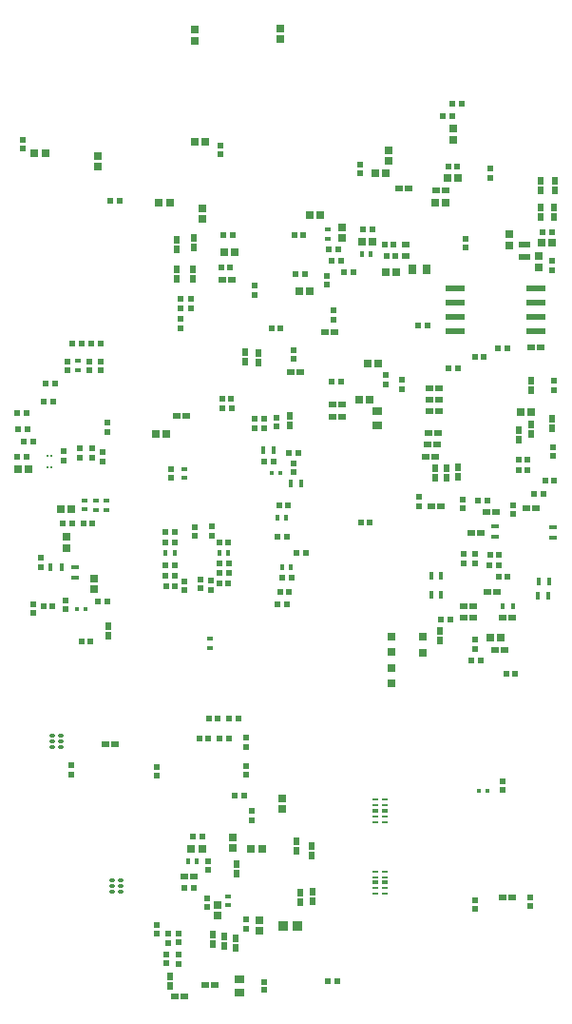
<source format=gbp>
G04*
G04 #@! TF.GenerationSoftware,Altium Limited,Altium Designer,24.2.2 (26)*
G04*
G04 Layer_Color=128*
%FSLAX44Y44*%
%MOMM*%
G71*
G04*
G04 #@! TF.SameCoordinates,ED65E515-8F89-4409-9B4D-6018ACB33687*
G04*
G04*
G04 #@! TF.FilePolarity,Positive*
G04*
G01*
G75*
%ADD21R,0.5500X0.6000*%
%ADD22R,0.7581X0.8121*%
%ADD23R,0.6000X0.5500*%
%ADD24R,0.5000X0.4000*%
%ADD26R,0.6725X0.7154*%
%ADD28R,0.5200X0.5200*%
%ADD29R,0.7154X0.6725*%
%ADD40R,0.4500X0.6750*%
%ADD41R,0.4000X0.5000*%
%ADD49R,0.4725X0.5153*%
%ADD52R,0.7200X0.7200*%
%ADD55R,0.6000X0.6500*%
%ADD57R,0.8121X0.7581*%
%ADD61R,0.5153X0.4725*%
%ADD68R,0.6153X0.5725*%
%ADD73R,0.4100X0.6600*%
%ADD80R,0.6750X0.4500*%
%ADD81R,0.5200X0.5200*%
%ADD104R,0.6500X0.6000*%
%ADD107R,0.5200X0.5600*%
%ADD177R,0.8500X0.9000*%
%ADD178R,0.6725X0.5274*%
%ADD179R,0.4500X0.4500*%
%ADD180R,0.6500X0.7000*%
%ADD181R,1.0000X0.5000*%
%ADD182R,0.7000X0.6500*%
%ADD183R,0.5000X0.5500*%
%ADD184R,0.5725X0.6153*%
%ADD185C,0.2500*%
G04:AMPARAMS|DCode=186|XSize=0.3mm|YSize=0.49mm|CornerRadius=0.0495mm|HoleSize=0mm|Usage=FLASHONLY|Rotation=270.000|XOffset=0mm|YOffset=0mm|HoleType=Round|Shape=RoundedRectangle|*
%AMROUNDEDRECTD186*
21,1,0.3000,0.3910,0,0,270.0*
21,1,0.2010,0.4900,0,0,270.0*
1,1,0.0990,-0.1955,-0.1005*
1,1,0.0990,-0.1955,0.1005*
1,1,0.0990,0.1955,0.1005*
1,1,0.0990,0.1955,-0.1005*
%
%ADD186ROUNDEDRECTD186*%
G04:AMPARAMS|DCode=187|XSize=0.3mm|YSize=0.52mm|CornerRadius=0.0495mm|HoleSize=0mm|Usage=FLASHONLY|Rotation=270.000|XOffset=0mm|YOffset=0mm|HoleType=Round|Shape=RoundedRectangle|*
%AMROUNDEDRECTD187*
21,1,0.3000,0.4210,0,0,270.0*
21,1,0.2010,0.5200,0,0,270.0*
1,1,0.0990,-0.2105,-0.1005*
1,1,0.0990,-0.2105,0.1005*
1,1,0.0990,0.2105,0.1005*
1,1,0.0990,0.2105,-0.1005*
%
%ADD187ROUNDEDRECTD187*%
%ADD188R,0.7000X0.7000*%
G04:AMPARAMS|DCode=189|XSize=0.2mm|YSize=0.565mm|CornerRadius=0.05mm|HoleSize=0mm|Usage=FLASHONLY|Rotation=270.000|XOffset=0mm|YOffset=0mm|HoleType=Round|Shape=RoundedRectangle|*
%AMROUNDEDRECTD189*
21,1,0.2000,0.4650,0,0,270.0*
21,1,0.1000,0.5650,0,0,270.0*
1,1,0.1000,-0.2325,-0.0500*
1,1,0.1000,-0.2325,0.0500*
1,1,0.1000,0.2325,0.0500*
1,1,0.1000,0.2325,-0.0500*
%
%ADD189ROUNDEDRECTD189*%
G04:AMPARAMS|DCode=191|XSize=1.61mm|YSize=0.58mm|CornerRadius=0.0725mm|HoleSize=0mm|Usage=FLASHONLY|Rotation=0.000|XOffset=0mm|YOffset=0mm|HoleType=Round|Shape=RoundedRectangle|*
%AMROUNDEDRECTD191*
21,1,1.6100,0.4350,0,0,0.0*
21,1,1.4650,0.5800,0,0,0.0*
1,1,0.1450,0.7325,-0.2175*
1,1,0.1450,-0.7325,-0.2175*
1,1,0.1450,-0.7325,0.2175*
1,1,0.1450,0.7325,0.2175*
%
%ADD191ROUNDEDRECTD191*%
%ADD192R,0.6500X0.6500*%
%ADD193R,0.4500X0.5500*%
%ADD194R,0.4725X0.5393*%
G04:AMPARAMS|DCode=209|XSize=0.565mm|YSize=0.36mm|CornerRadius=0.0504mm|HoleSize=0mm|Usage=FLASHONLY|Rotation=0.000|XOffset=0mm|YOffset=0mm|HoleType=Round|Shape=RoundedRectangle|*
%AMROUNDEDRECTD209*
21,1,0.5650,0.2592,0,0,0.0*
21,1,0.4642,0.3600,0,0,0.0*
1,1,0.1008,0.2321,-0.1296*
1,1,0.1008,-0.2321,-0.1296*
1,1,0.1008,-0.2321,0.1296*
1,1,0.1008,0.2321,0.1296*
%
%ADD209ROUNDEDRECTD209*%
D21*
X495000Y667250D02*
D03*
Y658750D02*
D03*
X223000Y81500D02*
D03*
Y73000D02*
D03*
X60000Y498250D02*
D03*
Y489750D02*
D03*
X74256Y500187D02*
D03*
Y491687D02*
D03*
X85286Y491620D02*
D03*
Y500120D02*
D03*
X94979Y497179D02*
D03*
Y488679D02*
D03*
X301000Y623250D02*
D03*
Y614750D02*
D03*
X153000Y68850D02*
D03*
Y60350D02*
D03*
X163000Y50250D02*
D03*
Y41750D02*
D03*
X427000Y406250D02*
D03*
Y397750D02*
D03*
X164000Y615250D02*
D03*
Y606750D02*
D03*
X174000Y624750D02*
D03*
Y633250D02*
D03*
X228000Y169750D02*
D03*
Y178250D02*
D03*
X377000Y457250D02*
D03*
Y448750D02*
D03*
X426475Y321967D02*
D03*
Y330467D02*
D03*
X347000Y557250D02*
D03*
Y565750D02*
D03*
D22*
X370730Y660000D02*
D03*
X383270D02*
D03*
D23*
X455250Y589000D02*
D03*
X446750D02*
D03*
X375750Y610000D02*
D03*
X384250D02*
D03*
X406750Y807000D02*
D03*
X415250D02*
D03*
X406250Y796000D02*
D03*
X397750D02*
D03*
X176250Y109000D02*
D03*
X167750D02*
D03*
X28250Y517000D02*
D03*
X19750D02*
D03*
X33250Y506000D02*
D03*
X24750D02*
D03*
X448250Y396000D02*
D03*
X439750D02*
D03*
X318250Y657000D02*
D03*
X309750D02*
D03*
X267750Y407000D02*
D03*
X276250D02*
D03*
X298884Y667615D02*
D03*
X307384D02*
D03*
X304635Y677571D02*
D03*
X296135D02*
D03*
X212750Y191000D02*
D03*
X221250D02*
D03*
X307250Y560000D02*
D03*
X298750D02*
D03*
X263816Y385314D02*
D03*
X255316D02*
D03*
X269250Y496000D02*
D03*
X260750D02*
D03*
X432250Y312000D02*
D03*
X423750D02*
D03*
X395966Y348092D02*
D03*
X404466D02*
D03*
X99250Y364000D02*
D03*
X90750D02*
D03*
X18750Y532000D02*
D03*
X27250D02*
D03*
X402914Y571852D02*
D03*
X411413D02*
D03*
D24*
X296000Y686791D02*
D03*
Y694791D02*
D03*
X207000Y94000D02*
D03*
Y102000D02*
D03*
X73000Y578000D02*
D03*
Y570000D02*
D03*
X191000Y323000D02*
D03*
X98680Y453638D02*
D03*
X88600D02*
D03*
X79000Y454000D02*
D03*
X168000Y482000D02*
D03*
X88600Y445638D02*
D03*
X98680D02*
D03*
X191000Y331000D02*
D03*
X79000Y446000D02*
D03*
X168000Y474000D02*
D03*
D26*
X350000Y756214D02*
D03*
Y765786D02*
D03*
X253054Y873786D02*
D03*
Y864214D02*
D03*
X184000Y704214D02*
D03*
Y713786D02*
D03*
X308000Y687214D02*
D03*
Y696786D02*
D03*
X177000Y872786D02*
D03*
Y863214D02*
D03*
X211014Y154036D02*
D03*
Y144464D02*
D03*
X197000Y84614D02*
D03*
Y94186D02*
D03*
D28*
X40000Y395000D02*
D03*
Y403000D02*
D03*
X418000Y678729D02*
D03*
Y686729D02*
D03*
X440000Y749000D02*
D03*
Y741000D02*
D03*
X24000Y775000D02*
D03*
Y767000D02*
D03*
X61537Y356944D02*
D03*
Y364944D02*
D03*
X33125Y361922D02*
D03*
Y353922D02*
D03*
X99000Y523000D02*
D03*
Y515000D02*
D03*
X143000Y68500D02*
D03*
Y76500D02*
D03*
X163000Y60600D02*
D03*
Y68600D02*
D03*
X152000Y50000D02*
D03*
Y42000D02*
D03*
X417000Y406414D02*
D03*
Y398414D02*
D03*
X164000Y625000D02*
D03*
Y633000D02*
D03*
X230442Y637000D02*
D03*
Y645000D02*
D03*
X295000Y654000D02*
D03*
Y646000D02*
D03*
X189000Y125000D02*
D03*
Y133000D02*
D03*
X188000Y100000D02*
D03*
Y92000D02*
D03*
X265000Y487000D02*
D03*
Y479000D02*
D03*
X230000Y518573D02*
D03*
Y526573D02*
D03*
X239038D02*
D03*
Y518573D02*
D03*
X250000Y519535D02*
D03*
Y527535D02*
D03*
X265000Y587923D02*
D03*
Y579923D02*
D03*
X324000Y745000D02*
D03*
Y753000D02*
D03*
X200000Y770000D02*
D03*
Y762000D02*
D03*
X223000Y235000D02*
D03*
Y243000D02*
D03*
Y218000D02*
D03*
Y210000D02*
D03*
X143331Y217167D02*
D03*
Y209168D02*
D03*
X496642Y501595D02*
D03*
Y493595D02*
D03*
X191577Y374437D02*
D03*
Y382437D02*
D03*
X192639Y430681D02*
D03*
Y422681D02*
D03*
X176901Y430221D02*
D03*
Y422221D02*
D03*
X167992Y374271D02*
D03*
Y382271D02*
D03*
X182533Y375871D02*
D03*
Y383871D02*
D03*
X156000Y474000D02*
D03*
Y482000D02*
D03*
X497000Y560400D02*
D03*
X362000Y561000D02*
D03*
X461000Y442000D02*
D03*
X415897Y446803D02*
D03*
X461000Y450000D02*
D03*
X415897Y454803D02*
D03*
X362000Y553000D02*
D03*
X497000Y552400D02*
D03*
D29*
X476903Y532342D02*
D03*
X467332D02*
D03*
X391214Y719000D02*
D03*
X400786D02*
D03*
X486214Y683000D02*
D03*
X495786D02*
D03*
X402214Y741000D02*
D03*
X411786D02*
D03*
X356577Y657000D02*
D03*
X347006D02*
D03*
X288786Y708000D02*
D03*
X279214D02*
D03*
X279786Y640000D02*
D03*
X270214D02*
D03*
X335786Y684000D02*
D03*
X326215D02*
D03*
X227214Y144000D02*
D03*
X236786D02*
D03*
X183569Y143811D02*
D03*
X173998D02*
D03*
X28786Y482000D02*
D03*
X19215D02*
D03*
X57796Y446205D02*
D03*
X67367D02*
D03*
D40*
X272225Y469000D02*
D03*
X262975D02*
D03*
X247625Y499000D02*
D03*
X238375D02*
D03*
X396720Y370467D02*
D03*
X387470D02*
D03*
X396720Y386967D02*
D03*
X387470D02*
D03*
X482375Y369000D02*
D03*
X491625D02*
D03*
X483345Y381574D02*
D03*
X492595D02*
D03*
D41*
X250600Y439000D02*
D03*
X258600D02*
D03*
X326000Y673000D02*
D03*
X334000D02*
D03*
X255000Y395000D02*
D03*
X263000D02*
D03*
X171000Y133000D02*
D03*
X179000D02*
D03*
X150933Y407460D02*
D03*
X158933D02*
D03*
X206871Y407554D02*
D03*
X198871D02*
D03*
D49*
X63255Y570214D02*
D03*
Y577786D02*
D03*
X82755D02*
D03*
Y570214D02*
D03*
D52*
X407000Y785100D02*
D03*
Y774900D02*
D03*
X483750Y660900D02*
D03*
Y671100D02*
D03*
X457000Y680900D02*
D03*
Y691100D02*
D03*
D55*
X485000Y714486D02*
D03*
Y705986D02*
D03*
X497000Y714486D02*
D03*
Y705986D02*
D03*
X498000Y729750D02*
D03*
Y738250D02*
D03*
X485000Y729750D02*
D03*
Y738250D02*
D03*
X100000Y333750D02*
D03*
Y342250D02*
D03*
X281000Y137750D02*
D03*
Y146250D02*
D03*
X268022Y142000D02*
D03*
Y150500D02*
D03*
X271000Y105250D02*
D03*
Y96750D02*
D03*
X282000Y106250D02*
D03*
Y97750D02*
D03*
X214501Y121689D02*
D03*
Y130189D02*
D03*
X161000Y677750D02*
D03*
Y686250D02*
D03*
X176000Y687250D02*
D03*
Y678750D02*
D03*
X161000Y650750D02*
D03*
Y659250D02*
D03*
X175000D02*
D03*
Y650750D02*
D03*
X476541Y560250D02*
D03*
Y551750D02*
D03*
X262000Y520818D02*
D03*
Y529318D02*
D03*
X234047Y584998D02*
D03*
Y576498D02*
D03*
X222000Y586250D02*
D03*
Y577750D02*
D03*
X395812Y337948D02*
D03*
Y329449D02*
D03*
X495658Y527053D02*
D03*
X476408Y521785D02*
D03*
X411657Y483177D02*
D03*
X401657Y482720D02*
D03*
X391657D02*
D03*
X202908Y58000D02*
D03*
X192908Y59250D02*
D03*
X391657Y474220D02*
D03*
X401657D02*
D03*
X411657Y474677D02*
D03*
X465395Y516703D02*
D03*
Y508202D02*
D03*
X476408Y513285D02*
D03*
X495658Y518553D02*
D03*
X154908Y30800D02*
D03*
X202908Y66500D02*
D03*
X192908Y67750D02*
D03*
X213857Y64700D02*
D03*
X154908Y22300D02*
D03*
X213857Y56200D02*
D03*
D57*
X340000Y521000D02*
D03*
Y533540D02*
D03*
X217000Y15730D02*
D03*
Y28270D02*
D03*
D61*
X403114Y750917D02*
D03*
X410686D02*
D03*
D68*
X304286Y26000D02*
D03*
X295714D02*
D03*
D73*
X58888Y394957D02*
D03*
X48788D02*
D03*
D80*
X445015Y430741D02*
D03*
Y421492D02*
D03*
X70000Y385375D02*
D03*
X496000Y420622D02*
D03*
X70000Y394625D02*
D03*
X496000Y429872D02*
D03*
D81*
X487000Y693000D02*
D03*
X495000D02*
D03*
X354391Y682000D02*
D03*
X346391D02*
D03*
X355791Y671182D02*
D03*
X347791D02*
D03*
X325000Y434000D02*
D03*
X333000D02*
D03*
X68000Y593819D02*
D03*
X76000D02*
D03*
X42204Y359933D02*
D03*
X50205D02*
D03*
X84000Y328150D02*
D03*
X76000D02*
D03*
X93000Y593819D02*
D03*
X85000D02*
D03*
X42505Y542000D02*
D03*
X50505D02*
D03*
X44299Y557725D02*
D03*
X52299D02*
D03*
X448000Y406000D02*
D03*
X440000D02*
D03*
X448000Y386000D02*
D03*
X456000D02*
D03*
X200395Y661672D02*
D03*
X208395D02*
D03*
X202750Y690500D02*
D03*
X210750D02*
D03*
X266000Y690500D02*
D03*
X274000D02*
D03*
X267000Y655000D02*
D03*
X275000D02*
D03*
X335000Y695000D02*
D03*
X327000D02*
D03*
X102000Y720168D02*
D03*
X110000D02*
D03*
X183667Y155000D02*
D03*
X175667D02*
D03*
X247000Y489000D02*
D03*
X239000D02*
D03*
X253500Y607000D02*
D03*
X245500D02*
D03*
X209393Y544786D02*
D03*
X201393D02*
D03*
X27000Y493000D02*
D03*
X19000D02*
D03*
X189605Y260140D02*
D03*
X197605D02*
D03*
X207867Y260355D02*
D03*
X215867D02*
D03*
X199407Y242000D02*
D03*
X207407D02*
D03*
X181000D02*
D03*
X189000D02*
D03*
X454622Y299592D02*
D03*
X462622D02*
D03*
X426784Y581440D02*
D03*
X434784D02*
D03*
X151110Y425654D02*
D03*
X159110D02*
D03*
X150920Y416605D02*
D03*
X158920D02*
D03*
X252000Y450000D02*
D03*
X260000D02*
D03*
X207250Y389397D02*
D03*
X199251D02*
D03*
X207102Y380147D02*
D03*
X199102D02*
D03*
X150987Y387122D02*
D03*
X158987D02*
D03*
X207313Y398411D02*
D03*
X199313D02*
D03*
X151679Y377380D02*
D03*
X159679D02*
D03*
X251000Y422000D02*
D03*
X259000D02*
D03*
X206794Y416740D02*
D03*
X198794D02*
D03*
X151234Y396469D02*
D03*
X159234D02*
D03*
X251000Y362000D02*
D03*
X259000D02*
D03*
X261000Y373000D02*
D03*
X59795Y433409D02*
D03*
X86000D02*
D03*
X487449Y459522D02*
D03*
X429449Y453803D02*
D03*
X210000Y535748D02*
D03*
X497400Y472000D02*
D03*
X489400D02*
D03*
X437449Y453803D02*
D03*
X202000Y535748D02*
D03*
X78000Y433409D02*
D03*
X253000Y373000D02*
D03*
X67796Y433409D02*
D03*
X465658Y480803D02*
D03*
X473657D02*
D03*
X465658Y490566D02*
D03*
X473657D02*
D03*
X479449Y459522D02*
D03*
D104*
X299750Y528000D02*
D03*
X308250D02*
D03*
X299750Y539000D02*
D03*
X308250D02*
D03*
X391750Y730000D02*
D03*
X400250D02*
D03*
X367250Y732000D02*
D03*
X358750D02*
D03*
X460250Y101000D02*
D03*
X451750D02*
D03*
X167889Y119500D02*
D03*
X176389D02*
D03*
X201750Y650481D02*
D03*
X210250D02*
D03*
X301250Y604000D02*
D03*
X292750D02*
D03*
X105569Y237000D02*
D03*
X97068D02*
D03*
X271250Y568000D02*
D03*
X262750D02*
D03*
X396250Y449000D02*
D03*
X387750D02*
D03*
X423750Y425000D02*
D03*
X432250D02*
D03*
X485652Y589802D02*
D03*
X477152D02*
D03*
X169250Y529000D02*
D03*
X160750D02*
D03*
X451750Y350000D02*
D03*
X460250D02*
D03*
X416750Y360000D02*
D03*
X425250D02*
D03*
Y350000D02*
D03*
X416750D02*
D03*
X437595Y372809D02*
D03*
X446095D02*
D03*
X444345Y321342D02*
D03*
X452845D02*
D03*
X393908Y513804D02*
D03*
X394907Y553814D02*
D03*
Y533809D02*
D03*
Y543812D02*
D03*
X392907Y503802D02*
D03*
X391408Y492803D02*
D03*
X195250Y23000D02*
D03*
X159058Y12900D02*
D03*
X481099Y447000D02*
D03*
X472598D02*
D03*
X437150Y444000D02*
D03*
X445650D02*
D03*
X384408Y503802D02*
D03*
X382907Y492803D02*
D03*
X385407Y513804D02*
D03*
X386408Y553814D02*
D03*
Y533809D02*
D03*
Y543812D02*
D03*
X186750Y23000D02*
D03*
X167558Y12900D02*
D03*
D107*
X93000Y570100D02*
D03*
Y577900D02*
D03*
D177*
X268500Y75000D02*
D03*
X255500D02*
D03*
D178*
X364791Y681262D02*
D03*
Y671812D02*
D03*
D179*
X438000Y196000D02*
D03*
X430000D02*
D03*
X72000Y357150D02*
D03*
X80000D02*
D03*
X253600Y478500D02*
D03*
X245600D02*
D03*
D180*
X87000Y375250D02*
D03*
Y384750D02*
D03*
X235000Y80750D02*
D03*
Y71250D02*
D03*
X255000Y179250D02*
D03*
Y188750D02*
D03*
X90876Y751250D02*
D03*
Y760750D02*
D03*
X63045Y411857D02*
D03*
Y421356D02*
D03*
D181*
X471000Y681500D02*
D03*
Y670500D02*
D03*
D182*
X43750Y763000D02*
D03*
X34250D02*
D03*
X203061Y674439D02*
D03*
X212561D02*
D03*
X145250Y719000D02*
D03*
X154750D02*
D03*
X340750Y576000D02*
D03*
X331250D02*
D03*
X332750Y544000D02*
D03*
X323250D02*
D03*
X337910Y745000D02*
D03*
X347410D02*
D03*
X186750Y773000D02*
D03*
X177250D02*
D03*
X142333Y513000D02*
D03*
X151833D02*
D03*
D183*
X426753Y98070D02*
D03*
Y90570D02*
D03*
X476000Y100750D02*
D03*
Y93250D02*
D03*
X451000Y196250D02*
D03*
Y203750D02*
D03*
D184*
X67000Y218286D02*
D03*
Y209714D02*
D03*
D185*
X49570Y483771D02*
D03*
X45470D02*
D03*
Y493771D02*
D03*
X49570D02*
D03*
D186*
X49973Y239750D02*
D03*
Y234750D02*
D03*
X57673Y239750D02*
D03*
X49973Y244750D02*
D03*
X57673Y234750D02*
D03*
X110850Y106000D02*
D03*
Y111000D02*
D03*
X103150D02*
D03*
Y116000D02*
D03*
Y106000D02*
D03*
D187*
X57523Y244750D02*
D03*
X110700Y116000D02*
D03*
D188*
X352000Y305000D02*
D03*
Y291000D02*
D03*
Y333000D02*
D03*
Y319000D02*
D03*
X380314Y332585D02*
D03*
Y318585D02*
D03*
D189*
X346000Y168000D02*
D03*
Y173000D02*
D03*
Y183000D02*
D03*
Y188000D02*
D03*
X337650D02*
D03*
Y183000D02*
D03*
Y173000D02*
D03*
Y168000D02*
D03*
X346175Y104000D02*
D03*
Y109000D02*
D03*
Y119000D02*
D03*
Y124000D02*
D03*
X337825D02*
D03*
Y119000D02*
D03*
Y109000D02*
D03*
Y104000D02*
D03*
D191*
X408950Y604950D02*
D03*
Y617650D02*
D03*
Y630350D02*
D03*
X481050Y643050D02*
D03*
Y630350D02*
D03*
Y617650D02*
D03*
Y604950D02*
D03*
X408950Y643050D02*
D03*
D192*
X440095Y332112D02*
D03*
X450095D02*
D03*
D193*
X451500Y360000D02*
D03*
X460500D02*
D03*
D194*
X239000Y18334D02*
D03*
Y25666D02*
D03*
D209*
X346000Y178000D02*
D03*
X337650D02*
D03*
X346175Y114000D02*
D03*
X337825D02*
D03*
M02*

</source>
